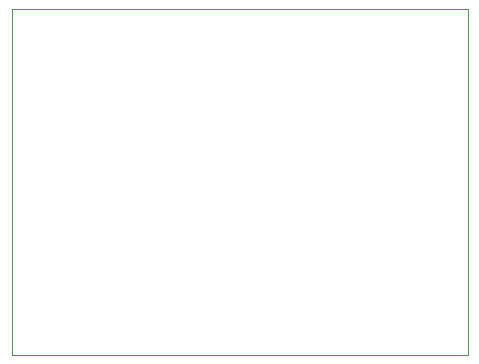
<source format=gbr>
G04*
G04 #@! TF.GenerationSoftware,Altium Limited,Altium Designer,24.9.1 (31)*
G04*
G04 Layer_Color=0*
%FSLAX44Y44*%
%MOMM*%
G71*
G04*
G04 #@! TF.SameCoordinates,2F21DDDD-2005-49F8-8A8E-0C037A8DA06E*
G04*
G04*
G04 #@! TF.FilePolarity,Positive*
G04*
G01*
G75*
%ADD40C,0.0254*%
D40*
X0Y0D02*
X386080D01*
Y293370D01*
X0D01*
Y0D01*
M02*

</source>
